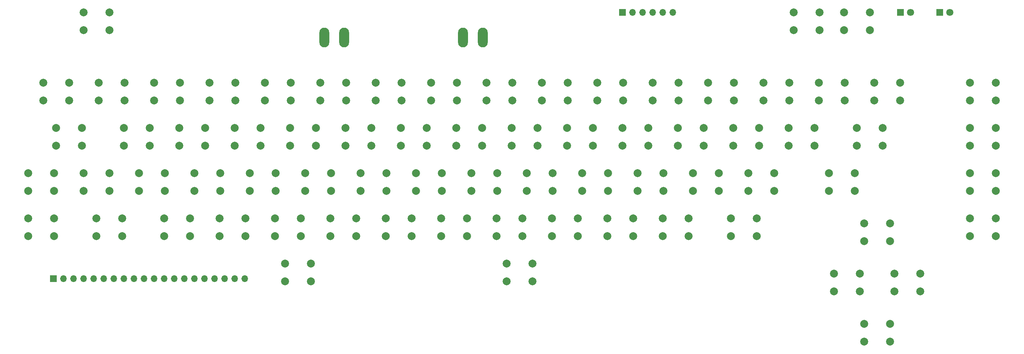
<source format=gbr>
%TF.GenerationSoftware,KiCad,Pcbnew,(5.1.9)-1*%
%TF.CreationDate,2021-06-15T15:46:33-04:00*%
%TF.ProjectId,CMicro-Keyboard,434d6963-726f-42d4-9b65-79626f617264,rev?*%
%TF.SameCoordinates,Original*%
%TF.FileFunction,Soldermask,Top*%
%TF.FilePolarity,Negative*%
%FSLAX46Y46*%
G04 Gerber Fmt 4.6, Leading zero omitted, Abs format (unit mm)*
G04 Created by KiCad (PCBNEW (5.1.9)-1) date 2021-06-15 15:46:33*
%MOMM*%
%LPD*%
G01*
G04 APERTURE LIST*
%ADD10C,2.000000*%
%ADD11R,1.800000X1.800000*%
%ADD12C,1.800000*%
%ADD13R,1.700000X1.700000*%
%ADD14O,1.700000X1.700000*%
%ADD15O,2.500000X5.000000*%
G04 APERTURE END LIST*
D10*
%TO.C,SW0103-Restore1*%
X235585000Y-90860000D03*
X235585000Y-86360000D03*
X242085000Y-90860000D03*
X242085000Y-86360000D03*
%TD*%
%TO.C,SW1305-F7-key1*%
X270660000Y-109220000D03*
X270660000Y-113720000D03*
X264160000Y-109220000D03*
X264160000Y-113720000D03*
%TD*%
%TO.C,SW1306-F5-key1*%
X270660000Y-97790000D03*
X270660000Y-102290000D03*
X264160000Y-97790000D03*
X264160000Y-102290000D03*
%TD*%
%TO.C,SW1307-F3-key1*%
X270660000Y-86360000D03*
X270660000Y-90860000D03*
X264160000Y-86360000D03*
X264160000Y-90860000D03*
%TD*%
%TO.C,SW1308-F1-Key1*%
X270660000Y-74930000D03*
X270660000Y-79430000D03*
X264160000Y-74930000D03*
X264160000Y-79430000D03*
%TD*%
%TO.C,SW1309-CrsrUD1*%
X243990000Y-135890000D03*
X243990000Y-140390000D03*
X237490000Y-135890000D03*
X237490000Y-140390000D03*
%TD*%
%TO.C,SW1309-CrsrUp1*%
X237490000Y-114990000D03*
X237490000Y-110490000D03*
X243990000Y-114990000D03*
X243990000Y-110490000D03*
%TD*%
%TO.C,SW1310-CrsrLeft1*%
X236370000Y-123190000D03*
X236370000Y-127690000D03*
X229870000Y-123190000D03*
X229870000Y-127690000D03*
%TD*%
%TO.C,SW1310-CrsrLR1*%
X251610000Y-123190000D03*
X251610000Y-127690000D03*
X245110000Y-123190000D03*
X245110000Y-127690000D03*
%TD*%
%TO.C,SW1311-Return1*%
X235100000Y-97790000D03*
X235100000Y-102290000D03*
X228600000Y-97790000D03*
X228600000Y-102290000D03*
%TD*%
%TO.C,SW1312-InstDel1*%
X246530000Y-74930000D03*
X246530000Y-79430000D03*
X240030000Y-74930000D03*
X240030000Y-79430000D03*
%TD*%
%TO.C,SW1405-ClrHome1*%
X232560000Y-74930000D03*
X232560000Y-79430000D03*
X226060000Y-74930000D03*
X226060000Y-79430000D03*
%TD*%
%TO.C,SW1406-UpArrow1*%
X224940000Y-86360000D03*
X224940000Y-90860000D03*
X218440000Y-86360000D03*
X218440000Y-90860000D03*
%TD*%
%TO.C,SW1407-Key=1*%
X214780000Y-97790000D03*
X214780000Y-102290000D03*
X208280000Y-97790000D03*
X208280000Y-102290000D03*
%TD*%
%TO.C,SW1408-RShift1*%
X210335000Y-109220000D03*
X210335000Y-113720000D03*
X203835000Y-109220000D03*
X203835000Y-113720000D03*
%TD*%
%TO.C,SW1409-Key/1*%
X186690000Y-113720000D03*
X186690000Y-109220000D03*
X193190000Y-113720000D03*
X193190000Y-109220000D03*
%TD*%
%TO.C,SW1410-Key;1*%
X200810000Y-97790000D03*
X200810000Y-102290000D03*
X194310000Y-97790000D03*
X194310000Y-102290000D03*
%TD*%
%TO.C,SW1411-Key\u002A1*%
X210970000Y-86360000D03*
X210970000Y-90860000D03*
X204470000Y-86360000D03*
X204470000Y-90860000D03*
%TD*%
%TO.C,SW1412-KeyPound1*%
X218590000Y-74930000D03*
X218590000Y-79430000D03*
X212090000Y-74930000D03*
X212090000Y-79430000D03*
%TD*%
%TO.C,SW1505-Key-1*%
X198120000Y-79430000D03*
X198120000Y-74930000D03*
X204620000Y-79430000D03*
X204620000Y-74930000D03*
%TD*%
%TO.C,SW1506-Key@1*%
X190500000Y-90860000D03*
X190500000Y-86360000D03*
X197000000Y-90860000D03*
X197000000Y-86360000D03*
%TD*%
%TO.C,SW1507-Key:1*%
X180340000Y-102290000D03*
X180340000Y-97790000D03*
X186840000Y-102290000D03*
X186840000Y-97790000D03*
%TD*%
%TO.C,SW1508-Key.1*%
X172720000Y-113720000D03*
X172720000Y-109220000D03*
X179220000Y-113720000D03*
X179220000Y-109220000D03*
%TD*%
%TO.C,SW1509-Key\u002C1*%
X165250000Y-109220000D03*
X165250000Y-113720000D03*
X158750000Y-109220000D03*
X158750000Y-113720000D03*
%TD*%
%TO.C,SW1510-KeyL1*%
X166370000Y-102290000D03*
X166370000Y-97790000D03*
X172870000Y-102290000D03*
X172870000Y-97790000D03*
%TD*%
%TO.C,SW1511-KeyP1*%
X176530000Y-90860000D03*
X176530000Y-86360000D03*
X183030000Y-90860000D03*
X183030000Y-86360000D03*
%TD*%
%TO.C,SW1512-Key+1*%
X184150000Y-79430000D03*
X184150000Y-74930000D03*
X190650000Y-79430000D03*
X190650000Y-74930000D03*
%TD*%
%TO.C,SW1605-0-key1*%
X176680000Y-74930000D03*
X176680000Y-79430000D03*
X170180000Y-74930000D03*
X170180000Y-79430000D03*
%TD*%
%TO.C,SW1606-KeyO1*%
X169060000Y-86360000D03*
X169060000Y-90860000D03*
X162560000Y-86360000D03*
X162560000Y-90860000D03*
%TD*%
%TO.C,SW1607-KeyK1*%
X158900000Y-97790000D03*
X158900000Y-102290000D03*
X152400000Y-97790000D03*
X152400000Y-102290000D03*
%TD*%
%TO.C,SW1608-KeyM1*%
X151280000Y-109220000D03*
X151280000Y-113720000D03*
X144780000Y-109220000D03*
X144780000Y-113720000D03*
%TD*%
%TO.C,SW1609-KeyN1*%
X130810000Y-113720000D03*
X130810000Y-109220000D03*
X137310000Y-113720000D03*
X137310000Y-109220000D03*
%TD*%
%TO.C,SW1610-KeyJ1*%
X144930000Y-97790000D03*
X144930000Y-102290000D03*
X138430000Y-97790000D03*
X138430000Y-102290000D03*
%TD*%
%TO.C,SW1611-KeyI1*%
X155090000Y-86360000D03*
X155090000Y-90860000D03*
X148590000Y-86360000D03*
X148590000Y-90860000D03*
%TD*%
%TO.C,SW1612-9-key1*%
X162710000Y-74930000D03*
X162710000Y-79430000D03*
X156210000Y-74930000D03*
X156210000Y-79430000D03*
%TD*%
%TO.C,SW1705-8-key1*%
X142240000Y-79430000D03*
X142240000Y-74930000D03*
X148740000Y-79430000D03*
X148740000Y-74930000D03*
%TD*%
%TO.C,SW1706-KeyU1*%
X134620000Y-90860000D03*
X134620000Y-86360000D03*
X141120000Y-90860000D03*
X141120000Y-86360000D03*
%TD*%
%TO.C,SW1707-KeyH1*%
X124460000Y-102290000D03*
X124460000Y-97790000D03*
X130960000Y-102290000D03*
X130960000Y-97790000D03*
%TD*%
%TO.C,SW1708-KeyB1*%
X116840000Y-113720000D03*
X116840000Y-109220000D03*
X123340000Y-113720000D03*
X123340000Y-109220000D03*
%TD*%
%TO.C,SW1709-KeyV1*%
X109370000Y-109220000D03*
X109370000Y-113720000D03*
X102870000Y-109220000D03*
X102870000Y-113720000D03*
%TD*%
%TO.C,SW1710-KeyG1*%
X110490000Y-102290000D03*
X110490000Y-97790000D03*
X116990000Y-102290000D03*
X116990000Y-97790000D03*
%TD*%
%TO.C,SW1711-KeyY1*%
X120650000Y-90860000D03*
X120650000Y-86360000D03*
X127150000Y-90860000D03*
X127150000Y-86360000D03*
%TD*%
%TO.C,SW1712-7-key1*%
X128270000Y-79430000D03*
X128270000Y-74930000D03*
X134770000Y-79430000D03*
X134770000Y-74930000D03*
%TD*%
%TO.C,SW1805-6-key1*%
X120800000Y-74930000D03*
X120800000Y-79430000D03*
X114300000Y-74930000D03*
X114300000Y-79430000D03*
%TD*%
%TO.C,SW1806-KeyT1*%
X113180000Y-86360000D03*
X113180000Y-90860000D03*
X106680000Y-86360000D03*
X106680000Y-90860000D03*
%TD*%
%TO.C,SW1807-F-key1*%
X103020000Y-97790000D03*
X103020000Y-102290000D03*
X96520000Y-97790000D03*
X96520000Y-102290000D03*
%TD*%
%TO.C,SW1808-KeyC1*%
X95400000Y-109220000D03*
X95400000Y-113720000D03*
X88900000Y-109220000D03*
X88900000Y-113720000D03*
%TD*%
%TO.C,SW1809-KeyX1*%
X74930000Y-113720000D03*
X74930000Y-109220000D03*
X81430000Y-113720000D03*
X81430000Y-109220000D03*
%TD*%
%TO.C,SW1810-KeyD1*%
X89050000Y-97790000D03*
X89050000Y-102290000D03*
X82550000Y-97790000D03*
X82550000Y-102290000D03*
%TD*%
%TO.C,SW1811-KeyR1*%
X99210000Y-86360000D03*
X99210000Y-90860000D03*
X92710000Y-86360000D03*
X92710000Y-90860000D03*
%TD*%
%TO.C,SW1812-5-key1*%
X106830000Y-74930000D03*
X106830000Y-79430000D03*
X100330000Y-74930000D03*
X100330000Y-79430000D03*
%TD*%
%TO.C,SW1905-4-key1*%
X86360000Y-79430000D03*
X86360000Y-74930000D03*
X92860000Y-79430000D03*
X92860000Y-74930000D03*
%TD*%
%TO.C,SW1906-KeyE1*%
X78740000Y-90860000D03*
X78740000Y-86360000D03*
X85240000Y-90860000D03*
X85240000Y-86360000D03*
%TD*%
%TO.C,SW1907-KeyS1*%
X68580000Y-102290000D03*
X68580000Y-97790000D03*
X75080000Y-102290000D03*
X75080000Y-97790000D03*
%TD*%
%TO.C,SW1908-KeyZ1*%
X60960000Y-113720000D03*
X60960000Y-109220000D03*
X67460000Y-113720000D03*
X67460000Y-109220000D03*
%TD*%
%TO.C,SW1909&2501-ShiftCapsLock1*%
X47140000Y-97790000D03*
X47140000Y-102290000D03*
X40640000Y-97790000D03*
X40640000Y-102290000D03*
%TD*%
%TO.C,SW1909-LShift1*%
X43815000Y-113720000D03*
X43815000Y-109220000D03*
X50315000Y-113720000D03*
X50315000Y-109220000D03*
%TD*%
%TO.C,SW1910-KeyA1*%
X54610000Y-102290000D03*
X54610000Y-97790000D03*
X61110000Y-102290000D03*
X61110000Y-97790000D03*
%TD*%
%TO.C,SW1911-KeyW1*%
X64770000Y-90860000D03*
X64770000Y-86360000D03*
X71270000Y-90860000D03*
X71270000Y-86360000D03*
%TD*%
%TO.C,SW1912-3-key1*%
X72390000Y-79430000D03*
X72390000Y-74930000D03*
X78890000Y-79430000D03*
X78890000Y-74930000D03*
%TD*%
%TO.C,SW2005-2-key1*%
X58420000Y-79430000D03*
X58420000Y-74930000D03*
X64920000Y-79430000D03*
X64920000Y-74930000D03*
%TD*%
%TO.C,SW2006-KeyQ1*%
X50800000Y-90860000D03*
X50800000Y-86360000D03*
X57300000Y-90860000D03*
X57300000Y-86360000D03*
%TD*%
%TO.C,SW2007-C=1*%
X26670000Y-113720000D03*
X26670000Y-109220000D03*
X33170000Y-113720000D03*
X33170000Y-109220000D03*
%TD*%
%TO.C,SW2008-Space1*%
X91440000Y-125150000D03*
X91440000Y-120650000D03*
X97940000Y-125150000D03*
X97940000Y-120650000D03*
%TD*%
%TO.C,SW2009-RunStop1*%
X33170000Y-97790000D03*
X33170000Y-102290000D03*
X26670000Y-97790000D03*
X26670000Y-102290000D03*
%TD*%
%TO.C,SW2010-CTRL1*%
X33655000Y-90860000D03*
X33655000Y-86360000D03*
X40155000Y-90860000D03*
X40155000Y-86360000D03*
%TD*%
%TO.C,SW2011-LeftArrow1*%
X30480000Y-79430000D03*
X30480000Y-74930000D03*
X36980000Y-79430000D03*
X36980000Y-74930000D03*
%TD*%
%TO.C,SW2012-1-key1*%
X44450000Y-79430000D03*
X44450000Y-74930000D03*
X50950000Y-79430000D03*
X50950000Y-74930000D03*
%TD*%
%TO.C,SW2008-SpaceB1*%
X147320000Y-125150000D03*
X147320000Y-120650000D03*
X153820000Y-125150000D03*
X153820000Y-120650000D03*
%TD*%
D11*
%TO.C,D1*%
X256540000Y-57150000D03*
D12*
X259080000Y-57150000D03*
%TD*%
%TO.C,D20*%
X249174000Y-57150000D03*
D11*
X246634000Y-57150000D03*
%TD*%
D13*
%TO.C,J1*%
X33020000Y-124460000D03*
D14*
X35560000Y-124460000D03*
X38100000Y-124460000D03*
X40640000Y-124460000D03*
X43180000Y-124460000D03*
X45720000Y-124460000D03*
X48260000Y-124460000D03*
X50800000Y-124460000D03*
X53340000Y-124460000D03*
X55880000Y-124460000D03*
X58420000Y-124460000D03*
X60960000Y-124460000D03*
X63500000Y-124460000D03*
X66040000Y-124460000D03*
X68580000Y-124460000D03*
X71120000Y-124460000D03*
X73660000Y-124460000D03*
X76200000Y-124460000D03*
X78740000Y-124460000D03*
X81280000Y-124460000D03*
%TD*%
D10*
%TO.C,SW_MENU1*%
X232410000Y-61650000D03*
X232410000Y-57150000D03*
X238910000Y-61650000D03*
X238910000Y-57150000D03*
%TD*%
%TO.C,SW_RESET1*%
X47140000Y-57150000D03*
X47140000Y-61650000D03*
X40640000Y-57150000D03*
X40640000Y-61650000D03*
%TD*%
%TO.C,SW_SPECIAL1*%
X219710000Y-61650000D03*
X219710000Y-57150000D03*
X226210000Y-61650000D03*
X226210000Y-57150000D03*
%TD*%
D13*
%TO.C,J2*%
X176530000Y-57150000D03*
D14*
X179070000Y-57150000D03*
X181610000Y-57150000D03*
X184150000Y-57150000D03*
X186690000Y-57150000D03*
X189230000Y-57150000D03*
%TD*%
D15*
%TO.C,ZT1*%
X101285000Y-63500000D03*
X106285000Y-63500000D03*
X136285000Y-63500000D03*
X141285000Y-63500000D03*
%TD*%
M02*

</source>
